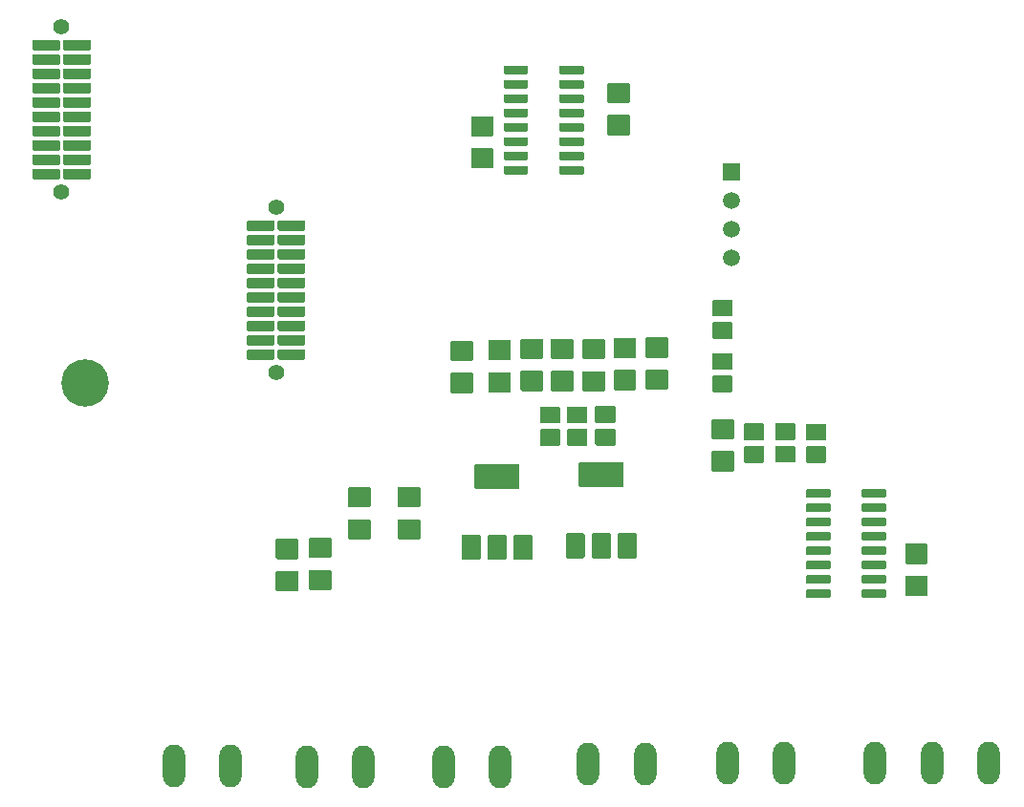
<source format=gbr>
%TF.GenerationSoftware,KiCad,Pcbnew,(5.1.10)-1*%
%TF.CreationDate,2021-08-27T14:28:01+05:30*%
%TF.ProjectId,CZTBoardV3,435a5442-6f61-4726-9456-332e6b696361,rev?*%
%TF.SameCoordinates,Original*%
%TF.FileFunction,Soldermask,Top*%
%TF.FilePolarity,Negative*%
%FSLAX46Y46*%
G04 Gerber Fmt 4.6, Leading zero omitted, Abs format (unit mm)*
G04 Created by KiCad (PCBNEW (5.1.10)-1) date 2021-08-27 14:28:01*
%MOMM*%
%LPD*%
G01*
G04 APERTURE LIST*
%ADD10O,1.993900X3.784600*%
%ADD11C,1.500000*%
%ADD12R,1.500000X1.500000*%
%ADD13C,4.203200*%
%ADD14C,1.422400*%
G04 APERTURE END LIST*
D10*
%TO.C,X6*%
X204090000Y-143240000D03*
X199090000Y-143240000D03*
X194090000Y-143240000D03*
%TD*%
%TO.C,X5*%
X185990000Y-143220000D03*
X180990000Y-143220000D03*
%TD*%
%TO.C,X4*%
X173690000Y-143320000D03*
X168690000Y-143320000D03*
%TD*%
%TO.C,X3*%
X160890000Y-143520000D03*
X155890000Y-143520000D03*
%TD*%
%TO.C,X2*%
X148790000Y-143520000D03*
X143790000Y-143520000D03*
%TD*%
%TO.C,X1*%
X136990000Y-143450000D03*
X131990000Y-143450000D03*
%TD*%
D11*
%TO.C,U4*%
X181350000Y-98440000D03*
X181350000Y-95900000D03*
X181350000Y-93360000D03*
D12*
X181350000Y-90820000D03*
%TD*%
%TO.C,U3*%
G36*
G01*
X192871600Y-119604400D02*
X192871600Y-119045600D01*
G75*
G02*
X192973200Y-118944000I101600J0D01*
G01*
X194954400Y-118944000D01*
G75*
G02*
X195056000Y-119045600I0J-101600D01*
G01*
X195056000Y-119604400D01*
G75*
G02*
X194954400Y-119706000I-101600J0D01*
G01*
X192973200Y-119706000D01*
G75*
G02*
X192871600Y-119604400I0J101600D01*
G01*
G37*
G36*
G01*
X192871600Y-120874400D02*
X192871600Y-120315600D01*
G75*
G02*
X192973200Y-120214000I101600J0D01*
G01*
X194954400Y-120214000D01*
G75*
G02*
X195056000Y-120315600I0J-101600D01*
G01*
X195056000Y-120874400D01*
G75*
G02*
X194954400Y-120976000I-101600J0D01*
G01*
X192973200Y-120976000D01*
G75*
G02*
X192871600Y-120874400I0J101600D01*
G01*
G37*
G36*
G01*
X192871600Y-122144400D02*
X192871600Y-121585600D01*
G75*
G02*
X192973200Y-121484000I101600J0D01*
G01*
X194954400Y-121484000D01*
G75*
G02*
X195056000Y-121585600I0J-101600D01*
G01*
X195056000Y-122144400D01*
G75*
G02*
X194954400Y-122246000I-101600J0D01*
G01*
X192973200Y-122246000D01*
G75*
G02*
X192871600Y-122144400I0J101600D01*
G01*
G37*
G36*
G01*
X192871600Y-123414400D02*
X192871600Y-122855600D01*
G75*
G02*
X192973200Y-122754000I101600J0D01*
G01*
X194954400Y-122754000D01*
G75*
G02*
X195056000Y-122855600I0J-101600D01*
G01*
X195056000Y-123414400D01*
G75*
G02*
X194954400Y-123516000I-101600J0D01*
G01*
X192973200Y-123516000D01*
G75*
G02*
X192871600Y-123414400I0J101600D01*
G01*
G37*
G36*
G01*
X192871600Y-124684400D02*
X192871600Y-124125600D01*
G75*
G02*
X192973200Y-124024000I101600J0D01*
G01*
X194954400Y-124024000D01*
G75*
G02*
X195056000Y-124125600I0J-101600D01*
G01*
X195056000Y-124684400D01*
G75*
G02*
X194954400Y-124786000I-101600J0D01*
G01*
X192973200Y-124786000D01*
G75*
G02*
X192871600Y-124684400I0J101600D01*
G01*
G37*
G36*
G01*
X192871600Y-125954400D02*
X192871600Y-125395600D01*
G75*
G02*
X192973200Y-125294000I101600J0D01*
G01*
X194954400Y-125294000D01*
G75*
G02*
X195056000Y-125395600I0J-101600D01*
G01*
X195056000Y-125954400D01*
G75*
G02*
X194954400Y-126056000I-101600J0D01*
G01*
X192973200Y-126056000D01*
G75*
G02*
X192871600Y-125954400I0J101600D01*
G01*
G37*
G36*
G01*
X192871600Y-127224400D02*
X192871600Y-126665600D01*
G75*
G02*
X192973200Y-126564000I101600J0D01*
G01*
X194954400Y-126564000D01*
G75*
G02*
X195056000Y-126665600I0J-101600D01*
G01*
X195056000Y-127224400D01*
G75*
G02*
X194954400Y-127326000I-101600J0D01*
G01*
X192973200Y-127326000D01*
G75*
G02*
X192871600Y-127224400I0J101600D01*
G01*
G37*
G36*
G01*
X192871600Y-128494400D02*
X192871600Y-127935600D01*
G75*
G02*
X192973200Y-127834000I101600J0D01*
G01*
X194954400Y-127834000D01*
G75*
G02*
X195056000Y-127935600I0J-101600D01*
G01*
X195056000Y-128494400D01*
G75*
G02*
X194954400Y-128596000I-101600J0D01*
G01*
X192973200Y-128596000D01*
G75*
G02*
X192871600Y-128494400I0J101600D01*
G01*
G37*
G36*
G01*
X187944000Y-128494400D02*
X187944000Y-127935600D01*
G75*
G02*
X188045600Y-127834000I101600J0D01*
G01*
X190026800Y-127834000D01*
G75*
G02*
X190128400Y-127935600I0J-101600D01*
G01*
X190128400Y-128494400D01*
G75*
G02*
X190026800Y-128596000I-101600J0D01*
G01*
X188045600Y-128596000D01*
G75*
G02*
X187944000Y-128494400I0J101600D01*
G01*
G37*
G36*
G01*
X187944000Y-127224400D02*
X187944000Y-126665600D01*
G75*
G02*
X188045600Y-126564000I101600J0D01*
G01*
X190026800Y-126564000D01*
G75*
G02*
X190128400Y-126665600I0J-101600D01*
G01*
X190128400Y-127224400D01*
G75*
G02*
X190026800Y-127326000I-101600J0D01*
G01*
X188045600Y-127326000D01*
G75*
G02*
X187944000Y-127224400I0J101600D01*
G01*
G37*
G36*
G01*
X187944000Y-125954400D02*
X187944000Y-125395600D01*
G75*
G02*
X188045600Y-125294000I101600J0D01*
G01*
X190026800Y-125294000D01*
G75*
G02*
X190128400Y-125395600I0J-101600D01*
G01*
X190128400Y-125954400D01*
G75*
G02*
X190026800Y-126056000I-101600J0D01*
G01*
X188045600Y-126056000D01*
G75*
G02*
X187944000Y-125954400I0J101600D01*
G01*
G37*
G36*
G01*
X187944000Y-124684400D02*
X187944000Y-124125600D01*
G75*
G02*
X188045600Y-124024000I101600J0D01*
G01*
X190026800Y-124024000D01*
G75*
G02*
X190128400Y-124125600I0J-101600D01*
G01*
X190128400Y-124684400D01*
G75*
G02*
X190026800Y-124786000I-101600J0D01*
G01*
X188045600Y-124786000D01*
G75*
G02*
X187944000Y-124684400I0J101600D01*
G01*
G37*
G36*
G01*
X187944000Y-123414400D02*
X187944000Y-122855600D01*
G75*
G02*
X188045600Y-122754000I101600J0D01*
G01*
X190026800Y-122754000D01*
G75*
G02*
X190128400Y-122855600I0J-101600D01*
G01*
X190128400Y-123414400D01*
G75*
G02*
X190026800Y-123516000I-101600J0D01*
G01*
X188045600Y-123516000D01*
G75*
G02*
X187944000Y-123414400I0J101600D01*
G01*
G37*
G36*
G01*
X187944000Y-122144400D02*
X187944000Y-121585600D01*
G75*
G02*
X188045600Y-121484000I101600J0D01*
G01*
X190026800Y-121484000D01*
G75*
G02*
X190128400Y-121585600I0J-101600D01*
G01*
X190128400Y-122144400D01*
G75*
G02*
X190026800Y-122246000I-101600J0D01*
G01*
X188045600Y-122246000D01*
G75*
G02*
X187944000Y-122144400I0J101600D01*
G01*
G37*
G36*
G01*
X187944000Y-120874400D02*
X187944000Y-120315600D01*
G75*
G02*
X188045600Y-120214000I101600J0D01*
G01*
X190026800Y-120214000D01*
G75*
G02*
X190128400Y-120315600I0J-101600D01*
G01*
X190128400Y-120874400D01*
G75*
G02*
X190026800Y-120976000I-101600J0D01*
G01*
X188045600Y-120976000D01*
G75*
G02*
X187944000Y-120874400I0J101600D01*
G01*
G37*
G36*
G01*
X187944000Y-119604400D02*
X187944000Y-119045600D01*
G75*
G02*
X188045600Y-118944000I101600J0D01*
G01*
X190026800Y-118944000D01*
G75*
G02*
X190128400Y-119045600I0J-101600D01*
G01*
X190128400Y-119604400D01*
G75*
G02*
X190026800Y-119706000I-101600J0D01*
G01*
X188045600Y-119706000D01*
G75*
G02*
X187944000Y-119604400I0J101600D01*
G01*
G37*
%TD*%
%TO.C,U2*%
G36*
G01*
X166091600Y-82044400D02*
X166091600Y-81485600D01*
G75*
G02*
X166193200Y-81384000I101600J0D01*
G01*
X168174400Y-81384000D01*
G75*
G02*
X168276000Y-81485600I0J-101600D01*
G01*
X168276000Y-82044400D01*
G75*
G02*
X168174400Y-82146000I-101600J0D01*
G01*
X166193200Y-82146000D01*
G75*
G02*
X166091600Y-82044400I0J101600D01*
G01*
G37*
G36*
G01*
X166091600Y-83314400D02*
X166091600Y-82755600D01*
G75*
G02*
X166193200Y-82654000I101600J0D01*
G01*
X168174400Y-82654000D01*
G75*
G02*
X168276000Y-82755600I0J-101600D01*
G01*
X168276000Y-83314400D01*
G75*
G02*
X168174400Y-83416000I-101600J0D01*
G01*
X166193200Y-83416000D01*
G75*
G02*
X166091600Y-83314400I0J101600D01*
G01*
G37*
G36*
G01*
X166091600Y-84584400D02*
X166091600Y-84025600D01*
G75*
G02*
X166193200Y-83924000I101600J0D01*
G01*
X168174400Y-83924000D01*
G75*
G02*
X168276000Y-84025600I0J-101600D01*
G01*
X168276000Y-84584400D01*
G75*
G02*
X168174400Y-84686000I-101600J0D01*
G01*
X166193200Y-84686000D01*
G75*
G02*
X166091600Y-84584400I0J101600D01*
G01*
G37*
G36*
G01*
X166091600Y-85854400D02*
X166091600Y-85295600D01*
G75*
G02*
X166193200Y-85194000I101600J0D01*
G01*
X168174400Y-85194000D01*
G75*
G02*
X168276000Y-85295600I0J-101600D01*
G01*
X168276000Y-85854400D01*
G75*
G02*
X168174400Y-85956000I-101600J0D01*
G01*
X166193200Y-85956000D01*
G75*
G02*
X166091600Y-85854400I0J101600D01*
G01*
G37*
G36*
G01*
X166091600Y-87124400D02*
X166091600Y-86565600D01*
G75*
G02*
X166193200Y-86464000I101600J0D01*
G01*
X168174400Y-86464000D01*
G75*
G02*
X168276000Y-86565600I0J-101600D01*
G01*
X168276000Y-87124400D01*
G75*
G02*
X168174400Y-87226000I-101600J0D01*
G01*
X166193200Y-87226000D01*
G75*
G02*
X166091600Y-87124400I0J101600D01*
G01*
G37*
G36*
G01*
X166091600Y-88394400D02*
X166091600Y-87835600D01*
G75*
G02*
X166193200Y-87734000I101600J0D01*
G01*
X168174400Y-87734000D01*
G75*
G02*
X168276000Y-87835600I0J-101600D01*
G01*
X168276000Y-88394400D01*
G75*
G02*
X168174400Y-88496000I-101600J0D01*
G01*
X166193200Y-88496000D01*
G75*
G02*
X166091600Y-88394400I0J101600D01*
G01*
G37*
G36*
G01*
X166091600Y-89664400D02*
X166091600Y-89105600D01*
G75*
G02*
X166193200Y-89004000I101600J0D01*
G01*
X168174400Y-89004000D01*
G75*
G02*
X168276000Y-89105600I0J-101600D01*
G01*
X168276000Y-89664400D01*
G75*
G02*
X168174400Y-89766000I-101600J0D01*
G01*
X166193200Y-89766000D01*
G75*
G02*
X166091600Y-89664400I0J101600D01*
G01*
G37*
G36*
G01*
X166091600Y-90934400D02*
X166091600Y-90375600D01*
G75*
G02*
X166193200Y-90274000I101600J0D01*
G01*
X168174400Y-90274000D01*
G75*
G02*
X168276000Y-90375600I0J-101600D01*
G01*
X168276000Y-90934400D01*
G75*
G02*
X168174400Y-91036000I-101600J0D01*
G01*
X166193200Y-91036000D01*
G75*
G02*
X166091600Y-90934400I0J101600D01*
G01*
G37*
G36*
G01*
X161164000Y-90934400D02*
X161164000Y-90375600D01*
G75*
G02*
X161265600Y-90274000I101600J0D01*
G01*
X163246800Y-90274000D01*
G75*
G02*
X163348400Y-90375600I0J-101600D01*
G01*
X163348400Y-90934400D01*
G75*
G02*
X163246800Y-91036000I-101600J0D01*
G01*
X161265600Y-91036000D01*
G75*
G02*
X161164000Y-90934400I0J101600D01*
G01*
G37*
G36*
G01*
X161164000Y-89664400D02*
X161164000Y-89105600D01*
G75*
G02*
X161265600Y-89004000I101600J0D01*
G01*
X163246800Y-89004000D01*
G75*
G02*
X163348400Y-89105600I0J-101600D01*
G01*
X163348400Y-89664400D01*
G75*
G02*
X163246800Y-89766000I-101600J0D01*
G01*
X161265600Y-89766000D01*
G75*
G02*
X161164000Y-89664400I0J101600D01*
G01*
G37*
G36*
G01*
X161164000Y-88394400D02*
X161164000Y-87835600D01*
G75*
G02*
X161265600Y-87734000I101600J0D01*
G01*
X163246800Y-87734000D01*
G75*
G02*
X163348400Y-87835600I0J-101600D01*
G01*
X163348400Y-88394400D01*
G75*
G02*
X163246800Y-88496000I-101600J0D01*
G01*
X161265600Y-88496000D01*
G75*
G02*
X161164000Y-88394400I0J101600D01*
G01*
G37*
G36*
G01*
X161164000Y-87124400D02*
X161164000Y-86565600D01*
G75*
G02*
X161265600Y-86464000I101600J0D01*
G01*
X163246800Y-86464000D01*
G75*
G02*
X163348400Y-86565600I0J-101600D01*
G01*
X163348400Y-87124400D01*
G75*
G02*
X163246800Y-87226000I-101600J0D01*
G01*
X161265600Y-87226000D01*
G75*
G02*
X161164000Y-87124400I0J101600D01*
G01*
G37*
G36*
G01*
X161164000Y-85854400D02*
X161164000Y-85295600D01*
G75*
G02*
X161265600Y-85194000I101600J0D01*
G01*
X163246800Y-85194000D01*
G75*
G02*
X163348400Y-85295600I0J-101600D01*
G01*
X163348400Y-85854400D01*
G75*
G02*
X163246800Y-85956000I-101600J0D01*
G01*
X161265600Y-85956000D01*
G75*
G02*
X161164000Y-85854400I0J101600D01*
G01*
G37*
G36*
G01*
X161164000Y-84584400D02*
X161164000Y-84025600D01*
G75*
G02*
X161265600Y-83924000I101600J0D01*
G01*
X163246800Y-83924000D01*
G75*
G02*
X163348400Y-84025600I0J-101600D01*
G01*
X163348400Y-84584400D01*
G75*
G02*
X163246800Y-84686000I-101600J0D01*
G01*
X161265600Y-84686000D01*
G75*
G02*
X161164000Y-84584400I0J101600D01*
G01*
G37*
G36*
G01*
X161164000Y-83314400D02*
X161164000Y-82755600D01*
G75*
G02*
X161265600Y-82654000I101600J0D01*
G01*
X163246800Y-82654000D01*
G75*
G02*
X163348400Y-82755600I0J-101600D01*
G01*
X163348400Y-83314400D01*
G75*
G02*
X163246800Y-83416000I-101600J0D01*
G01*
X161265600Y-83416000D01*
G75*
G02*
X161164000Y-83314400I0J101600D01*
G01*
G37*
G36*
G01*
X161164000Y-82044400D02*
X161164000Y-81485600D01*
G75*
G02*
X161265600Y-81384000I101600J0D01*
G01*
X163246800Y-81384000D01*
G75*
G02*
X163348400Y-81485600I0J-101600D01*
G01*
X163348400Y-82044400D01*
G75*
G02*
X163246800Y-82146000I-101600J0D01*
G01*
X161265600Y-82146000D01*
G75*
G02*
X161164000Y-82044400I0J101600D01*
G01*
G37*
%TD*%
D13*
%TO.C,U1*%
X124090000Y-109530000D03*
D14*
X122026400Y-92579500D03*
X122026400Y-77974500D03*
G36*
G01*
X122280500Y-79092100D02*
X124502900Y-79092100D01*
G75*
G02*
X124604500Y-79193700I0J-101600D01*
G01*
X124604500Y-79930300D01*
G75*
G02*
X124502900Y-80031900I-101600J0D01*
G01*
X122280500Y-80031900D01*
G75*
G02*
X122178900Y-79930300I0J101600D01*
G01*
X122178900Y-79193700D01*
G75*
G02*
X122280500Y-79092100I101600J0D01*
G01*
G37*
G36*
G01*
X119550000Y-79092100D02*
X121772400Y-79092100D01*
G75*
G02*
X121874000Y-79193700I0J-101600D01*
G01*
X121874000Y-79930300D01*
G75*
G02*
X121772400Y-80031900I-101600J0D01*
G01*
X119550000Y-80031900D01*
G75*
G02*
X119448400Y-79930300I0J101600D01*
G01*
X119448400Y-79193700D01*
G75*
G02*
X119550000Y-79092100I101600J0D01*
G01*
G37*
G36*
G01*
X122280500Y-80362100D02*
X124502900Y-80362100D01*
G75*
G02*
X124604500Y-80463700I0J-101600D01*
G01*
X124604500Y-81200300D01*
G75*
G02*
X124502900Y-81301900I-101600J0D01*
G01*
X122280500Y-81301900D01*
G75*
G02*
X122178900Y-81200300I0J101600D01*
G01*
X122178900Y-80463700D01*
G75*
G02*
X122280500Y-80362100I101600J0D01*
G01*
G37*
G36*
G01*
X119550000Y-80362100D02*
X121772400Y-80362100D01*
G75*
G02*
X121874000Y-80463700I0J-101600D01*
G01*
X121874000Y-81200300D01*
G75*
G02*
X121772400Y-81301900I-101600J0D01*
G01*
X119550000Y-81301900D01*
G75*
G02*
X119448400Y-81200300I0J101600D01*
G01*
X119448400Y-80463700D01*
G75*
G02*
X119550000Y-80362100I101600J0D01*
G01*
G37*
G36*
G01*
X122280500Y-81632100D02*
X124502900Y-81632100D01*
G75*
G02*
X124604500Y-81733700I0J-101600D01*
G01*
X124604500Y-82470300D01*
G75*
G02*
X124502900Y-82571900I-101600J0D01*
G01*
X122280500Y-82571900D01*
G75*
G02*
X122178900Y-82470300I0J101600D01*
G01*
X122178900Y-81733700D01*
G75*
G02*
X122280500Y-81632100I101600J0D01*
G01*
G37*
G36*
G01*
X119550000Y-81632100D02*
X121772400Y-81632100D01*
G75*
G02*
X121874000Y-81733700I0J-101600D01*
G01*
X121874000Y-82470300D01*
G75*
G02*
X121772400Y-82571900I-101600J0D01*
G01*
X119550000Y-82571900D01*
G75*
G02*
X119448400Y-82470300I0J101600D01*
G01*
X119448400Y-81733700D01*
G75*
G02*
X119550000Y-81632100I101600J0D01*
G01*
G37*
G36*
G01*
X122280500Y-82902100D02*
X124502900Y-82902100D01*
G75*
G02*
X124604500Y-83003700I0J-101600D01*
G01*
X124604500Y-83740300D01*
G75*
G02*
X124502900Y-83841900I-101600J0D01*
G01*
X122280500Y-83841900D01*
G75*
G02*
X122178900Y-83740300I0J101600D01*
G01*
X122178900Y-83003700D01*
G75*
G02*
X122280500Y-82902100I101600J0D01*
G01*
G37*
G36*
G01*
X119550000Y-82902100D02*
X121772400Y-82902100D01*
G75*
G02*
X121874000Y-83003700I0J-101600D01*
G01*
X121874000Y-83740300D01*
G75*
G02*
X121772400Y-83841900I-101600J0D01*
G01*
X119550000Y-83841900D01*
G75*
G02*
X119448400Y-83740300I0J101600D01*
G01*
X119448400Y-83003700D01*
G75*
G02*
X119550000Y-82902100I101600J0D01*
G01*
G37*
G36*
G01*
X122280500Y-84172100D02*
X124502900Y-84172100D01*
G75*
G02*
X124604500Y-84273700I0J-101600D01*
G01*
X124604500Y-85010300D01*
G75*
G02*
X124502900Y-85111900I-101600J0D01*
G01*
X122280500Y-85111900D01*
G75*
G02*
X122178900Y-85010300I0J101600D01*
G01*
X122178900Y-84273700D01*
G75*
G02*
X122280500Y-84172100I101600J0D01*
G01*
G37*
G36*
G01*
X119550000Y-84172100D02*
X121772400Y-84172100D01*
G75*
G02*
X121874000Y-84273700I0J-101600D01*
G01*
X121874000Y-85010300D01*
G75*
G02*
X121772400Y-85111900I-101600J0D01*
G01*
X119550000Y-85111900D01*
G75*
G02*
X119448400Y-85010300I0J101600D01*
G01*
X119448400Y-84273700D01*
G75*
G02*
X119550000Y-84172100I101600J0D01*
G01*
G37*
G36*
G01*
X122280500Y-85442100D02*
X124502900Y-85442100D01*
G75*
G02*
X124604500Y-85543700I0J-101600D01*
G01*
X124604500Y-86280300D01*
G75*
G02*
X124502900Y-86381900I-101600J0D01*
G01*
X122280500Y-86381900D01*
G75*
G02*
X122178900Y-86280300I0J101600D01*
G01*
X122178900Y-85543700D01*
G75*
G02*
X122280500Y-85442100I101600J0D01*
G01*
G37*
G36*
G01*
X119550000Y-85442100D02*
X121772400Y-85442100D01*
G75*
G02*
X121874000Y-85543700I0J-101600D01*
G01*
X121874000Y-86280300D01*
G75*
G02*
X121772400Y-86381900I-101600J0D01*
G01*
X119550000Y-86381900D01*
G75*
G02*
X119448400Y-86280300I0J101600D01*
G01*
X119448400Y-85543700D01*
G75*
G02*
X119550000Y-85442100I101600J0D01*
G01*
G37*
G36*
G01*
X122280500Y-86712100D02*
X124502900Y-86712100D01*
G75*
G02*
X124604500Y-86813700I0J-101600D01*
G01*
X124604500Y-87550300D01*
G75*
G02*
X124502900Y-87651900I-101600J0D01*
G01*
X122280500Y-87651900D01*
G75*
G02*
X122178900Y-87550300I0J101600D01*
G01*
X122178900Y-86813700D01*
G75*
G02*
X122280500Y-86712100I101600J0D01*
G01*
G37*
G36*
G01*
X119550000Y-86712100D02*
X121772400Y-86712100D01*
G75*
G02*
X121874000Y-86813700I0J-101600D01*
G01*
X121874000Y-87550300D01*
G75*
G02*
X121772400Y-87651900I-101600J0D01*
G01*
X119550000Y-87651900D01*
G75*
G02*
X119448400Y-87550300I0J101600D01*
G01*
X119448400Y-86813700D01*
G75*
G02*
X119550000Y-86712100I101600J0D01*
G01*
G37*
G36*
G01*
X122280500Y-87982100D02*
X124502900Y-87982100D01*
G75*
G02*
X124604500Y-88083700I0J-101600D01*
G01*
X124604500Y-88820300D01*
G75*
G02*
X124502900Y-88921900I-101600J0D01*
G01*
X122280500Y-88921900D01*
G75*
G02*
X122178900Y-88820300I0J101600D01*
G01*
X122178900Y-88083700D01*
G75*
G02*
X122280500Y-87982100I101600J0D01*
G01*
G37*
G36*
G01*
X119550000Y-87982100D02*
X121772400Y-87982100D01*
G75*
G02*
X121874000Y-88083700I0J-101600D01*
G01*
X121874000Y-88820300D01*
G75*
G02*
X121772400Y-88921900I-101600J0D01*
G01*
X119550000Y-88921900D01*
G75*
G02*
X119448400Y-88820300I0J101600D01*
G01*
X119448400Y-88083700D01*
G75*
G02*
X119550000Y-87982100I101600J0D01*
G01*
G37*
G36*
G01*
X122280500Y-89252100D02*
X124502900Y-89252100D01*
G75*
G02*
X124604500Y-89353700I0J-101600D01*
G01*
X124604500Y-90090300D01*
G75*
G02*
X124502900Y-90191900I-101600J0D01*
G01*
X122280500Y-90191900D01*
G75*
G02*
X122178900Y-90090300I0J101600D01*
G01*
X122178900Y-89353700D01*
G75*
G02*
X122280500Y-89252100I101600J0D01*
G01*
G37*
G36*
G01*
X119550000Y-89252100D02*
X121772400Y-89252100D01*
G75*
G02*
X121874000Y-89353700I0J-101600D01*
G01*
X121874000Y-90090300D01*
G75*
G02*
X121772400Y-90191900I-101600J0D01*
G01*
X119550000Y-90191900D01*
G75*
G02*
X119448400Y-90090300I0J101600D01*
G01*
X119448400Y-89353700D01*
G75*
G02*
X119550000Y-89252100I101600J0D01*
G01*
G37*
G36*
G01*
X122280500Y-90522100D02*
X124502900Y-90522100D01*
G75*
G02*
X124604500Y-90623700I0J-101600D01*
G01*
X124604500Y-91360300D01*
G75*
G02*
X124502900Y-91461900I-101600J0D01*
G01*
X122280500Y-91461900D01*
G75*
G02*
X122178900Y-91360300I0J101600D01*
G01*
X122178900Y-90623700D01*
G75*
G02*
X122280500Y-90522100I101600J0D01*
G01*
G37*
G36*
G01*
X119550000Y-90522100D02*
X121772400Y-90522100D01*
G75*
G02*
X121874000Y-90623700I0J-101600D01*
G01*
X121874000Y-91360300D01*
G75*
G02*
X121772400Y-91461900I-101600J0D01*
G01*
X119550000Y-91461900D01*
G75*
G02*
X119448400Y-91360300I0J101600D01*
G01*
X119448400Y-90623700D01*
G75*
G02*
X119550000Y-90522100I101600J0D01*
G01*
G37*
X141020000Y-108582500D03*
X141020000Y-93977500D03*
G36*
G01*
X141274100Y-95095100D02*
X143496500Y-95095100D01*
G75*
G02*
X143598100Y-95196700I0J-101600D01*
G01*
X143598100Y-95933300D01*
G75*
G02*
X143496500Y-96034900I-101600J0D01*
G01*
X141274100Y-96034900D01*
G75*
G02*
X141172500Y-95933300I0J101600D01*
G01*
X141172500Y-95196700D01*
G75*
G02*
X141274100Y-95095100I101600J0D01*
G01*
G37*
G36*
G01*
X138543600Y-95095100D02*
X140766000Y-95095100D01*
G75*
G02*
X140867600Y-95196700I0J-101600D01*
G01*
X140867600Y-95933300D01*
G75*
G02*
X140766000Y-96034900I-101600J0D01*
G01*
X138543600Y-96034900D01*
G75*
G02*
X138442000Y-95933300I0J101600D01*
G01*
X138442000Y-95196700D01*
G75*
G02*
X138543600Y-95095100I101600J0D01*
G01*
G37*
G36*
G01*
X141274100Y-96365100D02*
X143496500Y-96365100D01*
G75*
G02*
X143598100Y-96466700I0J-101600D01*
G01*
X143598100Y-97203300D01*
G75*
G02*
X143496500Y-97304900I-101600J0D01*
G01*
X141274100Y-97304900D01*
G75*
G02*
X141172500Y-97203300I0J101600D01*
G01*
X141172500Y-96466700D01*
G75*
G02*
X141274100Y-96365100I101600J0D01*
G01*
G37*
G36*
G01*
X138543600Y-96365100D02*
X140766000Y-96365100D01*
G75*
G02*
X140867600Y-96466700I0J-101600D01*
G01*
X140867600Y-97203300D01*
G75*
G02*
X140766000Y-97304900I-101600J0D01*
G01*
X138543600Y-97304900D01*
G75*
G02*
X138442000Y-97203300I0J101600D01*
G01*
X138442000Y-96466700D01*
G75*
G02*
X138543600Y-96365100I101600J0D01*
G01*
G37*
G36*
G01*
X141274100Y-97635100D02*
X143496500Y-97635100D01*
G75*
G02*
X143598100Y-97736700I0J-101600D01*
G01*
X143598100Y-98473300D01*
G75*
G02*
X143496500Y-98574900I-101600J0D01*
G01*
X141274100Y-98574900D01*
G75*
G02*
X141172500Y-98473300I0J101600D01*
G01*
X141172500Y-97736700D01*
G75*
G02*
X141274100Y-97635100I101600J0D01*
G01*
G37*
G36*
G01*
X138543600Y-97635100D02*
X140766000Y-97635100D01*
G75*
G02*
X140867600Y-97736700I0J-101600D01*
G01*
X140867600Y-98473300D01*
G75*
G02*
X140766000Y-98574900I-101600J0D01*
G01*
X138543600Y-98574900D01*
G75*
G02*
X138442000Y-98473300I0J101600D01*
G01*
X138442000Y-97736700D01*
G75*
G02*
X138543600Y-97635100I101600J0D01*
G01*
G37*
G36*
G01*
X141274100Y-98905100D02*
X143496500Y-98905100D01*
G75*
G02*
X143598100Y-99006700I0J-101600D01*
G01*
X143598100Y-99743300D01*
G75*
G02*
X143496500Y-99844900I-101600J0D01*
G01*
X141274100Y-99844900D01*
G75*
G02*
X141172500Y-99743300I0J101600D01*
G01*
X141172500Y-99006700D01*
G75*
G02*
X141274100Y-98905100I101600J0D01*
G01*
G37*
G36*
G01*
X138543600Y-98905100D02*
X140766000Y-98905100D01*
G75*
G02*
X140867600Y-99006700I0J-101600D01*
G01*
X140867600Y-99743300D01*
G75*
G02*
X140766000Y-99844900I-101600J0D01*
G01*
X138543600Y-99844900D01*
G75*
G02*
X138442000Y-99743300I0J101600D01*
G01*
X138442000Y-99006700D01*
G75*
G02*
X138543600Y-98905100I101600J0D01*
G01*
G37*
G36*
G01*
X141274100Y-100175100D02*
X143496500Y-100175100D01*
G75*
G02*
X143598100Y-100276700I0J-101600D01*
G01*
X143598100Y-101013300D01*
G75*
G02*
X143496500Y-101114900I-101600J0D01*
G01*
X141274100Y-101114900D01*
G75*
G02*
X141172500Y-101013300I0J101600D01*
G01*
X141172500Y-100276700D01*
G75*
G02*
X141274100Y-100175100I101600J0D01*
G01*
G37*
G36*
G01*
X138543600Y-100175100D02*
X140766000Y-100175100D01*
G75*
G02*
X140867600Y-100276700I0J-101600D01*
G01*
X140867600Y-101013300D01*
G75*
G02*
X140766000Y-101114900I-101600J0D01*
G01*
X138543600Y-101114900D01*
G75*
G02*
X138442000Y-101013300I0J101600D01*
G01*
X138442000Y-100276700D01*
G75*
G02*
X138543600Y-100175100I101600J0D01*
G01*
G37*
G36*
G01*
X141274100Y-101445100D02*
X143496500Y-101445100D01*
G75*
G02*
X143598100Y-101546700I0J-101600D01*
G01*
X143598100Y-102283300D01*
G75*
G02*
X143496500Y-102384900I-101600J0D01*
G01*
X141274100Y-102384900D01*
G75*
G02*
X141172500Y-102283300I0J101600D01*
G01*
X141172500Y-101546700D01*
G75*
G02*
X141274100Y-101445100I101600J0D01*
G01*
G37*
G36*
G01*
X138543600Y-101445100D02*
X140766000Y-101445100D01*
G75*
G02*
X140867600Y-101546700I0J-101600D01*
G01*
X140867600Y-102283300D01*
G75*
G02*
X140766000Y-102384900I-101600J0D01*
G01*
X138543600Y-102384900D01*
G75*
G02*
X138442000Y-102283300I0J101600D01*
G01*
X138442000Y-101546700D01*
G75*
G02*
X138543600Y-101445100I101600J0D01*
G01*
G37*
G36*
G01*
X141274100Y-102715100D02*
X143496500Y-102715100D01*
G75*
G02*
X143598100Y-102816700I0J-101600D01*
G01*
X143598100Y-103553300D01*
G75*
G02*
X143496500Y-103654900I-101600J0D01*
G01*
X141274100Y-103654900D01*
G75*
G02*
X141172500Y-103553300I0J101600D01*
G01*
X141172500Y-102816700D01*
G75*
G02*
X141274100Y-102715100I101600J0D01*
G01*
G37*
G36*
G01*
X138543600Y-102715100D02*
X140766000Y-102715100D01*
G75*
G02*
X140867600Y-102816700I0J-101600D01*
G01*
X140867600Y-103553300D01*
G75*
G02*
X140766000Y-103654900I-101600J0D01*
G01*
X138543600Y-103654900D01*
G75*
G02*
X138442000Y-103553300I0J101600D01*
G01*
X138442000Y-102816700D01*
G75*
G02*
X138543600Y-102715100I101600J0D01*
G01*
G37*
G36*
G01*
X141274100Y-103985100D02*
X143496500Y-103985100D01*
G75*
G02*
X143598100Y-104086700I0J-101600D01*
G01*
X143598100Y-104823300D01*
G75*
G02*
X143496500Y-104924900I-101600J0D01*
G01*
X141274100Y-104924900D01*
G75*
G02*
X141172500Y-104823300I0J101600D01*
G01*
X141172500Y-104086700D01*
G75*
G02*
X141274100Y-103985100I101600J0D01*
G01*
G37*
G36*
G01*
X138543600Y-103985100D02*
X140766000Y-103985100D01*
G75*
G02*
X140867600Y-104086700I0J-101600D01*
G01*
X140867600Y-104823300D01*
G75*
G02*
X140766000Y-104924900I-101600J0D01*
G01*
X138543600Y-104924900D01*
G75*
G02*
X138442000Y-104823300I0J101600D01*
G01*
X138442000Y-104086700D01*
G75*
G02*
X138543600Y-103985100I101600J0D01*
G01*
G37*
G36*
G01*
X141274100Y-105255100D02*
X143496500Y-105255100D01*
G75*
G02*
X143598100Y-105356700I0J-101600D01*
G01*
X143598100Y-106093300D01*
G75*
G02*
X143496500Y-106194900I-101600J0D01*
G01*
X141274100Y-106194900D01*
G75*
G02*
X141172500Y-106093300I0J101600D01*
G01*
X141172500Y-105356700D01*
G75*
G02*
X141274100Y-105255100I101600J0D01*
G01*
G37*
G36*
G01*
X138543600Y-105255100D02*
X140766000Y-105255100D01*
G75*
G02*
X140867600Y-105356700I0J-101600D01*
G01*
X140867600Y-106093300D01*
G75*
G02*
X140766000Y-106194900I-101600J0D01*
G01*
X138543600Y-106194900D01*
G75*
G02*
X138442000Y-106093300I0J101600D01*
G01*
X138442000Y-105356700D01*
G75*
G02*
X138543600Y-105255100I101600J0D01*
G01*
G37*
G36*
G01*
X141274100Y-106525100D02*
X143496500Y-106525100D01*
G75*
G02*
X143598100Y-106626700I0J-101600D01*
G01*
X143598100Y-107363300D01*
G75*
G02*
X143496500Y-107464900I-101600J0D01*
G01*
X141274100Y-107464900D01*
G75*
G02*
X141172500Y-107363300I0J101600D01*
G01*
X141172500Y-106626700D01*
G75*
G02*
X141274100Y-106525100I101600J0D01*
G01*
G37*
G36*
G01*
X138543600Y-106525100D02*
X140766000Y-106525100D01*
G75*
G02*
X140867600Y-106626700I0J-101600D01*
G01*
X140867600Y-107363300D01*
G75*
G02*
X140766000Y-107464900I-101600J0D01*
G01*
X138543600Y-107464900D01*
G75*
G02*
X138442000Y-107363300I0J101600D01*
G01*
X138442000Y-106626700D01*
G75*
G02*
X138543600Y-106525100I101600J0D01*
G01*
G37*
%TD*%
%TO.C,R21*%
G36*
G01*
X181491500Y-117375600D02*
X179688500Y-117375600D01*
G75*
G02*
X179586900Y-117274000I0J101600D01*
G01*
X179586900Y-115674000D01*
G75*
G02*
X179688500Y-115572400I101600J0D01*
G01*
X181491500Y-115572400D01*
G75*
G02*
X181593100Y-115674000I0J-101600D01*
G01*
X181593100Y-117274000D01*
G75*
G02*
X181491500Y-117375600I-101600J0D01*
G01*
G37*
G36*
G01*
X181491500Y-114531600D02*
X179688500Y-114531600D01*
G75*
G02*
X179586900Y-114430000I0J101600D01*
G01*
X179586900Y-112830000D01*
G75*
G02*
X179688500Y-112728400I101600J0D01*
G01*
X181491500Y-112728400D01*
G75*
G02*
X181593100Y-112830000I0J-101600D01*
G01*
X181593100Y-114430000D01*
G75*
G02*
X181491500Y-114531600I-101600J0D01*
G01*
G37*
%TD*%
%TO.C,R18*%
G36*
G01*
X142901500Y-127995600D02*
X141098500Y-127995600D01*
G75*
G02*
X140996900Y-127894000I0J101600D01*
G01*
X140996900Y-126294000D01*
G75*
G02*
X141098500Y-126192400I101600J0D01*
G01*
X142901500Y-126192400D01*
G75*
G02*
X143003100Y-126294000I0J-101600D01*
G01*
X143003100Y-127894000D01*
G75*
G02*
X142901500Y-127995600I-101600J0D01*
G01*
G37*
G36*
G01*
X142901500Y-125151600D02*
X141098500Y-125151600D01*
G75*
G02*
X140996900Y-125050000I0J101600D01*
G01*
X140996900Y-123450000D01*
G75*
G02*
X141098500Y-123348400I101600J0D01*
G01*
X142901500Y-123348400D01*
G75*
G02*
X143003100Y-123450000I0J-101600D01*
G01*
X143003100Y-125050000D01*
G75*
G02*
X142901500Y-125151600I-101600J0D01*
G01*
G37*
%TD*%
%TO.C,R17*%
G36*
G01*
X196818500Y-123766400D02*
X198621500Y-123766400D01*
G75*
G02*
X198723100Y-123868000I0J-101600D01*
G01*
X198723100Y-125468000D01*
G75*
G02*
X198621500Y-125569600I-101600J0D01*
G01*
X196818500Y-125569600D01*
G75*
G02*
X196716900Y-125468000I0J101600D01*
G01*
X196716900Y-123868000D01*
G75*
G02*
X196818500Y-123766400I101600J0D01*
G01*
G37*
G36*
G01*
X196818500Y-126610400D02*
X198621500Y-126610400D01*
G75*
G02*
X198723100Y-126712000I0J-101600D01*
G01*
X198723100Y-128312000D01*
G75*
G02*
X198621500Y-128413600I-101600J0D01*
G01*
X196818500Y-128413600D01*
G75*
G02*
X196716900Y-128312000I0J101600D01*
G01*
X196716900Y-126712000D01*
G75*
G02*
X196818500Y-126610400I101600J0D01*
G01*
G37*
%TD*%
%TO.C,R16*%
G36*
G01*
X162778500Y-105598400D02*
X164581500Y-105598400D01*
G75*
G02*
X164683100Y-105700000I0J-101600D01*
G01*
X164683100Y-107300000D01*
G75*
G02*
X164581500Y-107401600I-101600J0D01*
G01*
X162778500Y-107401600D01*
G75*
G02*
X162676900Y-107300000I0J101600D01*
G01*
X162676900Y-105700000D01*
G75*
G02*
X162778500Y-105598400I101600J0D01*
G01*
G37*
G36*
G01*
X162778500Y-108442400D02*
X164581500Y-108442400D01*
G75*
G02*
X164683100Y-108544000I0J-101600D01*
G01*
X164683100Y-110144000D01*
G75*
G02*
X164581500Y-110245600I-101600J0D01*
G01*
X162778500Y-110245600D01*
G75*
G02*
X162676900Y-110144000I0J101600D01*
G01*
X162676900Y-108544000D01*
G75*
G02*
X162778500Y-108442400I101600J0D01*
G01*
G37*
%TD*%
%TO.C,R15*%
G36*
G01*
X156578500Y-105778400D02*
X158381500Y-105778400D01*
G75*
G02*
X158483100Y-105880000I0J-101600D01*
G01*
X158483100Y-107480000D01*
G75*
G02*
X158381500Y-107581600I-101600J0D01*
G01*
X156578500Y-107581600D01*
G75*
G02*
X156476900Y-107480000I0J101600D01*
G01*
X156476900Y-105880000D01*
G75*
G02*
X156578500Y-105778400I101600J0D01*
G01*
G37*
G36*
G01*
X156578500Y-108622400D02*
X158381500Y-108622400D01*
G75*
G02*
X158483100Y-108724000I0J-101600D01*
G01*
X158483100Y-110324000D01*
G75*
G02*
X158381500Y-110425600I-101600J0D01*
G01*
X156578500Y-110425600D01*
G75*
G02*
X156476900Y-110324000I0J101600D01*
G01*
X156476900Y-108724000D01*
G75*
G02*
X156578500Y-108622400I101600J0D01*
G01*
G37*
%TD*%
%TO.C,R14*%
G36*
G01*
X165448500Y-105598400D02*
X167251500Y-105598400D01*
G75*
G02*
X167353100Y-105700000I0J-101600D01*
G01*
X167353100Y-107300000D01*
G75*
G02*
X167251500Y-107401600I-101600J0D01*
G01*
X165448500Y-107401600D01*
G75*
G02*
X165346900Y-107300000I0J101600D01*
G01*
X165346900Y-105700000D01*
G75*
G02*
X165448500Y-105598400I101600J0D01*
G01*
G37*
G36*
G01*
X165448500Y-108442400D02*
X167251500Y-108442400D01*
G75*
G02*
X167353100Y-108544000I0J-101600D01*
G01*
X167353100Y-110144000D01*
G75*
G02*
X167251500Y-110245600I-101600J0D01*
G01*
X165448500Y-110245600D01*
G75*
G02*
X165346900Y-110144000I0J101600D01*
G01*
X165346900Y-108544000D01*
G75*
G02*
X165448500Y-108442400I101600J0D01*
G01*
G37*
%TD*%
%TO.C,R13*%
G36*
G01*
X173838500Y-105478400D02*
X175641500Y-105478400D01*
G75*
G02*
X175743100Y-105580000I0J-101600D01*
G01*
X175743100Y-107180000D01*
G75*
G02*
X175641500Y-107281600I-101600J0D01*
G01*
X173838500Y-107281600D01*
G75*
G02*
X173736900Y-107180000I0J101600D01*
G01*
X173736900Y-105580000D01*
G75*
G02*
X173838500Y-105478400I101600J0D01*
G01*
G37*
G36*
G01*
X173838500Y-108322400D02*
X175641500Y-108322400D01*
G75*
G02*
X175743100Y-108424000I0J-101600D01*
G01*
X175743100Y-110024000D01*
G75*
G02*
X175641500Y-110125600I-101600J0D01*
G01*
X173838500Y-110125600D01*
G75*
G02*
X173736900Y-110024000I0J101600D01*
G01*
X173736900Y-108424000D01*
G75*
G02*
X173838500Y-108322400I101600J0D01*
G01*
G37*
%TD*%
%TO.C,R12*%
G36*
G01*
X170061500Y-110275600D02*
X168258500Y-110275600D01*
G75*
G02*
X168156900Y-110174000I0J101600D01*
G01*
X168156900Y-108574000D01*
G75*
G02*
X168258500Y-108472400I101600J0D01*
G01*
X170061500Y-108472400D01*
G75*
G02*
X170163100Y-108574000I0J-101600D01*
G01*
X170163100Y-110174000D01*
G75*
G02*
X170061500Y-110275600I-101600J0D01*
G01*
G37*
G36*
G01*
X170061500Y-107431600D02*
X168258500Y-107431600D01*
G75*
G02*
X168156900Y-107330000I0J101600D01*
G01*
X168156900Y-105730000D01*
G75*
G02*
X168258500Y-105628400I101600J0D01*
G01*
X170061500Y-105628400D01*
G75*
G02*
X170163100Y-105730000I0J-101600D01*
G01*
X170163100Y-107330000D01*
G75*
G02*
X170061500Y-107431600I-101600J0D01*
G01*
G37*
%TD*%
%TO.C,R11*%
G36*
G01*
X147488500Y-118748400D02*
X149291500Y-118748400D01*
G75*
G02*
X149393100Y-118850000I0J-101600D01*
G01*
X149393100Y-120450000D01*
G75*
G02*
X149291500Y-120551600I-101600J0D01*
G01*
X147488500Y-120551600D01*
G75*
G02*
X147386900Y-120450000I0J101600D01*
G01*
X147386900Y-118850000D01*
G75*
G02*
X147488500Y-118748400I101600J0D01*
G01*
G37*
G36*
G01*
X147488500Y-121592400D02*
X149291500Y-121592400D01*
G75*
G02*
X149393100Y-121694000I0J-101600D01*
G01*
X149393100Y-123294000D01*
G75*
G02*
X149291500Y-123395600I-101600J0D01*
G01*
X147488500Y-123395600D01*
G75*
G02*
X147386900Y-123294000I0J101600D01*
G01*
X147386900Y-121694000D01*
G75*
G02*
X147488500Y-121592400I101600J0D01*
G01*
G37*
%TD*%
%TO.C,R10*%
G36*
G01*
X151888500Y-118748400D02*
X153691500Y-118748400D01*
G75*
G02*
X153793100Y-118850000I0J-101600D01*
G01*
X153793100Y-120450000D01*
G75*
G02*
X153691500Y-120551600I-101600J0D01*
G01*
X151888500Y-120551600D01*
G75*
G02*
X151786900Y-120450000I0J101600D01*
G01*
X151786900Y-118850000D01*
G75*
G02*
X151888500Y-118748400I101600J0D01*
G01*
G37*
G36*
G01*
X151888500Y-121592400D02*
X153691500Y-121592400D01*
G75*
G02*
X153793100Y-121694000I0J-101600D01*
G01*
X153793100Y-123294000D01*
G75*
G02*
X153691500Y-123395600I-101600J0D01*
G01*
X151888500Y-123395600D01*
G75*
G02*
X151786900Y-123294000I0J101600D01*
G01*
X151786900Y-121694000D01*
G75*
G02*
X151888500Y-121592400I101600J0D01*
G01*
G37*
%TD*%
%TO.C,R9*%
G36*
G01*
X159908500Y-105718400D02*
X161711500Y-105718400D01*
G75*
G02*
X161813100Y-105820000I0J-101600D01*
G01*
X161813100Y-107420000D01*
G75*
G02*
X161711500Y-107521600I-101600J0D01*
G01*
X159908500Y-107521600D01*
G75*
G02*
X159806900Y-107420000I0J101600D01*
G01*
X159806900Y-105820000D01*
G75*
G02*
X159908500Y-105718400I101600J0D01*
G01*
G37*
G36*
G01*
X159908500Y-108562400D02*
X161711500Y-108562400D01*
G75*
G02*
X161813100Y-108664000I0J-101600D01*
G01*
X161813100Y-110264000D01*
G75*
G02*
X161711500Y-110365600I-101600J0D01*
G01*
X159908500Y-110365600D01*
G75*
G02*
X159806900Y-110264000I0J101600D01*
G01*
X159806900Y-108664000D01*
G75*
G02*
X159908500Y-108562400I101600J0D01*
G01*
G37*
%TD*%
%TO.C,R4*%
G36*
G01*
X144028500Y-123236400D02*
X145831500Y-123236400D01*
G75*
G02*
X145933100Y-123338000I0J-101600D01*
G01*
X145933100Y-124938000D01*
G75*
G02*
X145831500Y-125039600I-101600J0D01*
G01*
X144028500Y-125039600D01*
G75*
G02*
X143926900Y-124938000I0J101600D01*
G01*
X143926900Y-123338000D01*
G75*
G02*
X144028500Y-123236400I101600J0D01*
G01*
G37*
G36*
G01*
X144028500Y-126080400D02*
X145831500Y-126080400D01*
G75*
G02*
X145933100Y-126182000I0J-101600D01*
G01*
X145933100Y-127782000D01*
G75*
G02*
X145831500Y-127883600I-101600J0D01*
G01*
X144028500Y-127883600D01*
G75*
G02*
X143926900Y-127782000I0J101600D01*
G01*
X143926900Y-126182000D01*
G75*
G02*
X144028500Y-126080400I101600J0D01*
G01*
G37*
%TD*%
%TO.C,R3*%
G36*
G01*
X172261500Y-87565600D02*
X170458500Y-87565600D01*
G75*
G02*
X170356900Y-87464000I0J101600D01*
G01*
X170356900Y-85864000D01*
G75*
G02*
X170458500Y-85762400I101600J0D01*
G01*
X172261500Y-85762400D01*
G75*
G02*
X172363100Y-85864000I0J-101600D01*
G01*
X172363100Y-87464000D01*
G75*
G02*
X172261500Y-87565600I-101600J0D01*
G01*
G37*
G36*
G01*
X172261500Y-84721600D02*
X170458500Y-84721600D01*
G75*
G02*
X170356900Y-84620000I0J101600D01*
G01*
X170356900Y-83020000D01*
G75*
G02*
X170458500Y-82918400I101600J0D01*
G01*
X172261500Y-82918400D01*
G75*
G02*
X172363100Y-83020000I0J-101600D01*
G01*
X172363100Y-84620000D01*
G75*
G02*
X172261500Y-84721600I-101600J0D01*
G01*
G37*
%TD*%
%TO.C,R2*%
G36*
G01*
X171018500Y-105526400D02*
X172821500Y-105526400D01*
G75*
G02*
X172923100Y-105628000I0J-101600D01*
G01*
X172923100Y-107228000D01*
G75*
G02*
X172821500Y-107329600I-101600J0D01*
G01*
X171018500Y-107329600D01*
G75*
G02*
X170916900Y-107228000I0J101600D01*
G01*
X170916900Y-105628000D01*
G75*
G02*
X171018500Y-105526400I101600J0D01*
G01*
G37*
G36*
G01*
X171018500Y-108370400D02*
X172821500Y-108370400D01*
G75*
G02*
X172923100Y-108472000I0J-101600D01*
G01*
X172923100Y-110072000D01*
G75*
G02*
X172821500Y-110173600I-101600J0D01*
G01*
X171018500Y-110173600D01*
G75*
G02*
X170916900Y-110072000I0J101600D01*
G01*
X170916900Y-108472000D01*
G75*
G02*
X171018500Y-108370400I101600J0D01*
G01*
G37*
%TD*%
%TO.C,R1*%
G36*
G01*
X160191500Y-90513600D02*
X158388500Y-90513600D01*
G75*
G02*
X158286900Y-90412000I0J101600D01*
G01*
X158286900Y-88812000D01*
G75*
G02*
X158388500Y-88710400I101600J0D01*
G01*
X160191500Y-88710400D01*
G75*
G02*
X160293100Y-88812000I0J-101600D01*
G01*
X160293100Y-90412000D01*
G75*
G02*
X160191500Y-90513600I-101600J0D01*
G01*
G37*
G36*
G01*
X160191500Y-87669600D02*
X158388500Y-87669600D01*
G75*
G02*
X158286900Y-87568000I0J101600D01*
G01*
X158286900Y-85968000D01*
G75*
G02*
X158388500Y-85866400I101600J0D01*
G01*
X160191500Y-85866400D01*
G75*
G02*
X160293100Y-85968000I0J-101600D01*
G01*
X160293100Y-87568000D01*
G75*
G02*
X160191500Y-87669600I-101600J0D01*
G01*
G37*
%TD*%
%TO.C,IC2*%
G36*
G01*
X167808400Y-118660000D02*
X167808400Y-116660000D01*
G75*
G02*
X167910000Y-116558400I101600J0D01*
G01*
X171710000Y-116558400D01*
G75*
G02*
X171811600Y-116660000I0J-101600D01*
G01*
X171811600Y-118660000D01*
G75*
G02*
X171710000Y-118761600I-101600J0D01*
G01*
X167910000Y-118761600D01*
G75*
G02*
X167808400Y-118660000I0J101600D01*
G01*
G37*
G36*
G01*
X171258400Y-124960000D02*
X171258400Y-122960000D01*
G75*
G02*
X171360000Y-122858400I101600J0D01*
G01*
X172860000Y-122858400D01*
G75*
G02*
X172961600Y-122960000I0J-101600D01*
G01*
X172961600Y-124960000D01*
G75*
G02*
X172860000Y-125061600I-101600J0D01*
G01*
X171360000Y-125061600D01*
G75*
G02*
X171258400Y-124960000I0J101600D01*
G01*
G37*
G36*
G01*
X168958400Y-124960000D02*
X168958400Y-122960000D01*
G75*
G02*
X169060000Y-122858400I101600J0D01*
G01*
X170560000Y-122858400D01*
G75*
G02*
X170661600Y-122960000I0J-101600D01*
G01*
X170661600Y-124960000D01*
G75*
G02*
X170560000Y-125061600I-101600J0D01*
G01*
X169060000Y-125061600D01*
G75*
G02*
X168958400Y-124960000I0J101600D01*
G01*
G37*
G36*
G01*
X166658400Y-124960000D02*
X166658400Y-122960000D01*
G75*
G02*
X166760000Y-122858400I101600J0D01*
G01*
X168260000Y-122858400D01*
G75*
G02*
X168361600Y-122960000I0J-101600D01*
G01*
X168361600Y-124960000D01*
G75*
G02*
X168260000Y-125061600I-101600J0D01*
G01*
X166760000Y-125061600D01*
G75*
G02*
X166658400Y-124960000I0J101600D01*
G01*
G37*
%TD*%
%TO.C,IC1*%
G36*
G01*
X158588400Y-118800000D02*
X158588400Y-116800000D01*
G75*
G02*
X158690000Y-116698400I101600J0D01*
G01*
X162490000Y-116698400D01*
G75*
G02*
X162591600Y-116800000I0J-101600D01*
G01*
X162591600Y-118800000D01*
G75*
G02*
X162490000Y-118901600I-101600J0D01*
G01*
X158690000Y-118901600D01*
G75*
G02*
X158588400Y-118800000I0J101600D01*
G01*
G37*
G36*
G01*
X162038400Y-125100000D02*
X162038400Y-123100000D01*
G75*
G02*
X162140000Y-122998400I101600J0D01*
G01*
X163640000Y-122998400D01*
G75*
G02*
X163741600Y-123100000I0J-101600D01*
G01*
X163741600Y-125100000D01*
G75*
G02*
X163640000Y-125201600I-101600J0D01*
G01*
X162140000Y-125201600D01*
G75*
G02*
X162038400Y-125100000I0J101600D01*
G01*
G37*
G36*
G01*
X159738400Y-125100000D02*
X159738400Y-123100000D01*
G75*
G02*
X159840000Y-122998400I101600J0D01*
G01*
X161340000Y-122998400D01*
G75*
G02*
X161441600Y-123100000I0J-101600D01*
G01*
X161441600Y-125100000D01*
G75*
G02*
X161340000Y-125201600I-101600J0D01*
G01*
X159840000Y-125201600D01*
G75*
G02*
X159738400Y-125100000I0J101600D01*
G01*
G37*
G36*
G01*
X157438400Y-125100000D02*
X157438400Y-123100000D01*
G75*
G02*
X157540000Y-122998400I101600J0D01*
G01*
X159040000Y-122998400D01*
G75*
G02*
X159141600Y-123100000I0J-101600D01*
G01*
X159141600Y-125100000D01*
G75*
G02*
X159040000Y-125201600I-101600J0D01*
G01*
X157540000Y-125201600D01*
G75*
G02*
X157438400Y-125100000I0J101600D01*
G01*
G37*
%TD*%
%TO.C,C14*%
G36*
G01*
X181370000Y-103631600D02*
X179770000Y-103631600D01*
G75*
G02*
X179668400Y-103530000I0J101600D01*
G01*
X179668400Y-102230000D01*
G75*
G02*
X179770000Y-102128400I101600J0D01*
G01*
X181370000Y-102128400D01*
G75*
G02*
X181471600Y-102230000I0J-101600D01*
G01*
X181471600Y-103530000D01*
G75*
G02*
X181370000Y-103631600I-101600J0D01*
G01*
G37*
G36*
G01*
X181370000Y-105631600D02*
X179770000Y-105631600D01*
G75*
G02*
X179668400Y-105530000I0J101600D01*
G01*
X179668400Y-104230000D01*
G75*
G02*
X179770000Y-104128400I101600J0D01*
G01*
X181370000Y-104128400D01*
G75*
G02*
X181471600Y-104230000I0J-101600D01*
G01*
X181471600Y-105530000D01*
G75*
G02*
X181370000Y-105631600I-101600J0D01*
G01*
G37*
%TD*%
%TO.C,C13*%
G36*
G01*
X181350000Y-108361600D02*
X179750000Y-108361600D01*
G75*
G02*
X179648400Y-108260000I0J101600D01*
G01*
X179648400Y-106960000D01*
G75*
G02*
X179750000Y-106858400I101600J0D01*
G01*
X181350000Y-106858400D01*
G75*
G02*
X181451600Y-106960000I0J-101600D01*
G01*
X181451600Y-108260000D01*
G75*
G02*
X181350000Y-108361600I-101600J0D01*
G01*
G37*
G36*
G01*
X181350000Y-110361600D02*
X179750000Y-110361600D01*
G75*
G02*
X179648400Y-110260000I0J101600D01*
G01*
X179648400Y-108960000D01*
G75*
G02*
X179750000Y-108858400I101600J0D01*
G01*
X181350000Y-108858400D01*
G75*
G02*
X181451600Y-108960000I0J-101600D01*
G01*
X181451600Y-110260000D01*
G75*
G02*
X181350000Y-110361600I-101600J0D01*
G01*
G37*
%TD*%
%TO.C,C12*%
G36*
G01*
X184140000Y-114611600D02*
X182540000Y-114611600D01*
G75*
G02*
X182438400Y-114510000I0J101600D01*
G01*
X182438400Y-113210000D01*
G75*
G02*
X182540000Y-113108400I101600J0D01*
G01*
X184140000Y-113108400D01*
G75*
G02*
X184241600Y-113210000I0J-101600D01*
G01*
X184241600Y-114510000D01*
G75*
G02*
X184140000Y-114611600I-101600J0D01*
G01*
G37*
G36*
G01*
X184140000Y-116611600D02*
X182540000Y-116611600D01*
G75*
G02*
X182438400Y-116510000I0J101600D01*
G01*
X182438400Y-115210000D01*
G75*
G02*
X182540000Y-115108400I101600J0D01*
G01*
X184140000Y-115108400D01*
G75*
G02*
X184241600Y-115210000I0J-101600D01*
G01*
X184241600Y-116510000D01*
G75*
G02*
X184140000Y-116611600I-101600J0D01*
G01*
G37*
%TD*%
%TO.C,C11*%
G36*
G01*
X186910000Y-114591600D02*
X185310000Y-114591600D01*
G75*
G02*
X185208400Y-114490000I0J101600D01*
G01*
X185208400Y-113190000D01*
G75*
G02*
X185310000Y-113088400I101600J0D01*
G01*
X186910000Y-113088400D01*
G75*
G02*
X187011600Y-113190000I0J-101600D01*
G01*
X187011600Y-114490000D01*
G75*
G02*
X186910000Y-114591600I-101600J0D01*
G01*
G37*
G36*
G01*
X186910000Y-116591600D02*
X185310000Y-116591600D01*
G75*
G02*
X185208400Y-116490000I0J101600D01*
G01*
X185208400Y-115190000D01*
G75*
G02*
X185310000Y-115088400I101600J0D01*
G01*
X186910000Y-115088400D01*
G75*
G02*
X187011600Y-115190000I0J-101600D01*
G01*
X187011600Y-116490000D01*
G75*
G02*
X186910000Y-116591600I-101600J0D01*
G01*
G37*
%TD*%
%TO.C,C6*%
G36*
G01*
X189650000Y-114631600D02*
X188050000Y-114631600D01*
G75*
G02*
X187948400Y-114530000I0J101600D01*
G01*
X187948400Y-113230000D01*
G75*
G02*
X188050000Y-113128400I101600J0D01*
G01*
X189650000Y-113128400D01*
G75*
G02*
X189751600Y-113230000I0J-101600D01*
G01*
X189751600Y-114530000D01*
G75*
G02*
X189650000Y-114631600I-101600J0D01*
G01*
G37*
G36*
G01*
X189650000Y-116631600D02*
X188050000Y-116631600D01*
G75*
G02*
X187948400Y-116530000I0J101600D01*
G01*
X187948400Y-115230000D01*
G75*
G02*
X188050000Y-115128400I101600J0D01*
G01*
X189650000Y-115128400D01*
G75*
G02*
X189751600Y-115230000I0J-101600D01*
G01*
X189751600Y-116530000D01*
G75*
G02*
X189650000Y-116631600I-101600J0D01*
G01*
G37*
%TD*%
%TO.C,C4*%
G36*
G01*
X166900000Y-113608400D02*
X168500000Y-113608400D01*
G75*
G02*
X168601600Y-113710000I0J-101600D01*
G01*
X168601600Y-115010000D01*
G75*
G02*
X168500000Y-115111600I-101600J0D01*
G01*
X166900000Y-115111600D01*
G75*
G02*
X166798400Y-115010000I0J101600D01*
G01*
X166798400Y-113710000D01*
G75*
G02*
X166900000Y-113608400I101600J0D01*
G01*
G37*
G36*
G01*
X166900000Y-111608400D02*
X168500000Y-111608400D01*
G75*
G02*
X168601600Y-111710000I0J-101600D01*
G01*
X168601600Y-113010000D01*
G75*
G02*
X168500000Y-113111600I-101600J0D01*
G01*
X166900000Y-113111600D01*
G75*
G02*
X166798400Y-113010000I0J101600D01*
G01*
X166798400Y-111710000D01*
G75*
G02*
X166900000Y-111608400I101600J0D01*
G01*
G37*
%TD*%
%TO.C,C3*%
G36*
G01*
X169380000Y-113568400D02*
X170980000Y-113568400D01*
G75*
G02*
X171081600Y-113670000I0J-101600D01*
G01*
X171081600Y-114970000D01*
G75*
G02*
X170980000Y-115071600I-101600J0D01*
G01*
X169380000Y-115071600D01*
G75*
G02*
X169278400Y-114970000I0J101600D01*
G01*
X169278400Y-113670000D01*
G75*
G02*
X169380000Y-113568400I101600J0D01*
G01*
G37*
G36*
G01*
X169380000Y-111568400D02*
X170980000Y-111568400D01*
G75*
G02*
X171081600Y-111670000I0J-101600D01*
G01*
X171081600Y-112970000D01*
G75*
G02*
X170980000Y-113071600I-101600J0D01*
G01*
X169380000Y-113071600D01*
G75*
G02*
X169278400Y-112970000I0J101600D01*
G01*
X169278400Y-111670000D01*
G75*
G02*
X169380000Y-111568400I101600J0D01*
G01*
G37*
%TD*%
%TO.C,C2*%
G36*
G01*
X164480000Y-113618400D02*
X166080000Y-113618400D01*
G75*
G02*
X166181600Y-113720000I0J-101600D01*
G01*
X166181600Y-115020000D01*
G75*
G02*
X166080000Y-115121600I-101600J0D01*
G01*
X164480000Y-115121600D01*
G75*
G02*
X164378400Y-115020000I0J101600D01*
G01*
X164378400Y-113720000D01*
G75*
G02*
X164480000Y-113618400I101600J0D01*
G01*
G37*
G36*
G01*
X164480000Y-111618400D02*
X166080000Y-111618400D01*
G75*
G02*
X166181600Y-111720000I0J-101600D01*
G01*
X166181600Y-113020000D01*
G75*
G02*
X166080000Y-113121600I-101600J0D01*
G01*
X164480000Y-113121600D01*
G75*
G02*
X164378400Y-113020000I0J101600D01*
G01*
X164378400Y-111720000D01*
G75*
G02*
X164480000Y-111618400I101600J0D01*
G01*
G37*
%TD*%
M02*

</source>
